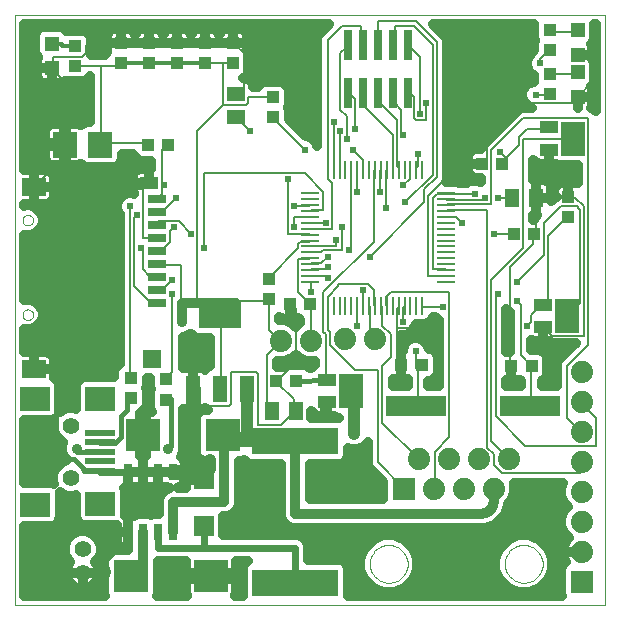
<source format=gtl>
G75*
G70*
%OFA0B0*%
%FSLAX24Y24*%
%IPPOS*%
%LPD*%
%AMOC8*
5,1,8,0,0,1.08239X$1,22.5*
%
%ADD10C,0.0000*%
%ADD11R,0.0098X0.0591*%
%ADD12R,0.0591X0.0098*%
%ADD13C,0.0560*%
%ADD14R,0.0425X0.0413*%
%ADD15C,0.0554*%
%ADD16R,0.0984X0.0787*%
%ADD17R,0.0984X0.0197*%
%ADD18R,0.0480X0.0880*%
%ADD19R,0.1417X0.0866*%
%ADD20R,0.0787X0.0866*%
%ADD21R,0.0630X0.0512*%
%ADD22R,0.0512X0.0630*%
%ADD23R,0.0413X0.0425*%
%ADD24R,0.2000X0.0700*%
%ADD25R,0.0394X0.0433*%
%ADD26R,0.0433X0.0394*%
%ADD27R,0.0250X0.0550*%
%ADD28R,0.2874X0.0906*%
%ADD29R,0.0660X0.0700*%
%ADD30R,0.1161X0.1063*%
%ADD31C,0.0740*%
%ADD32R,0.0740X0.0740*%
%ADD33R,0.0291X0.1024*%
%ADD34R,0.0807X0.1142*%
%ADD35R,0.0591X0.0394*%
%ADD36R,0.0472X0.0472*%
%ADD37R,0.0600X0.0300*%
%ADD38R,0.0600X0.0400*%
%ADD39R,0.0800X0.0600*%
%ADD40R,0.0600X0.0600*%
%ADD41C,0.0320*%
%ADD42C,0.0360*%
%ADD43C,0.0060*%
%ADD44C,0.0240*%
%ADD45C,0.0160*%
%ADD46C,0.0240*%
%ADD47C,0.0120*%
%ADD48C,0.0531*%
%ADD49C,0.0500*%
%ADD50C,0.0400*%
%ADD51C,0.0356*%
D10*
X004202Y003014D02*
X004202Y022699D01*
X023887Y022699D01*
X023887Y003014D01*
X004202Y003014D01*
X004460Y012699D02*
X004462Y012725D01*
X004468Y012751D01*
X004477Y012775D01*
X004490Y012798D01*
X004507Y012818D01*
X004526Y012836D01*
X004548Y012851D01*
X004571Y012862D01*
X004596Y012870D01*
X004622Y012874D01*
X004648Y012874D01*
X004674Y012870D01*
X004699Y012862D01*
X004723Y012851D01*
X004744Y012836D01*
X004763Y012818D01*
X004780Y012798D01*
X004793Y012775D01*
X004802Y012751D01*
X004808Y012725D01*
X004810Y012699D01*
X004808Y012673D01*
X004802Y012647D01*
X004793Y012623D01*
X004780Y012600D01*
X004763Y012580D01*
X004744Y012562D01*
X004722Y012547D01*
X004699Y012536D01*
X004674Y012528D01*
X004648Y012524D01*
X004622Y012524D01*
X004596Y012528D01*
X004571Y012536D01*
X004547Y012547D01*
X004526Y012562D01*
X004507Y012580D01*
X004490Y012600D01*
X004477Y012623D01*
X004468Y012647D01*
X004462Y012673D01*
X004460Y012699D01*
X004460Y015849D02*
X004462Y015875D01*
X004468Y015901D01*
X004477Y015925D01*
X004490Y015948D01*
X004507Y015968D01*
X004526Y015986D01*
X004548Y016001D01*
X004571Y016012D01*
X004596Y016020D01*
X004622Y016024D01*
X004648Y016024D01*
X004674Y016020D01*
X004699Y016012D01*
X004723Y016001D01*
X004744Y015986D01*
X004763Y015968D01*
X004780Y015948D01*
X004793Y015925D01*
X004802Y015901D01*
X004808Y015875D01*
X004810Y015849D01*
X004808Y015823D01*
X004802Y015797D01*
X004793Y015773D01*
X004780Y015750D01*
X004763Y015730D01*
X004744Y015712D01*
X004722Y015697D01*
X004699Y015686D01*
X004674Y015678D01*
X004648Y015674D01*
X004622Y015674D01*
X004596Y015678D01*
X004571Y015686D01*
X004547Y015697D01*
X004526Y015712D01*
X004507Y015730D01*
X004490Y015750D01*
X004477Y015773D01*
X004468Y015797D01*
X004462Y015823D01*
X004460Y015849D01*
X016037Y004392D02*
X016039Y004442D01*
X016045Y004492D01*
X016055Y004541D01*
X016069Y004589D01*
X016086Y004636D01*
X016107Y004681D01*
X016132Y004725D01*
X016160Y004766D01*
X016192Y004805D01*
X016226Y004842D01*
X016263Y004876D01*
X016303Y004906D01*
X016345Y004933D01*
X016389Y004957D01*
X016435Y004978D01*
X016482Y004994D01*
X016530Y005007D01*
X016580Y005016D01*
X016629Y005021D01*
X016680Y005022D01*
X016730Y005019D01*
X016779Y005012D01*
X016828Y005001D01*
X016876Y004986D01*
X016922Y004968D01*
X016967Y004946D01*
X017010Y004920D01*
X017051Y004891D01*
X017090Y004859D01*
X017126Y004824D01*
X017158Y004786D01*
X017188Y004746D01*
X017215Y004703D01*
X017238Y004659D01*
X017257Y004613D01*
X017273Y004565D01*
X017285Y004516D01*
X017293Y004467D01*
X017297Y004417D01*
X017297Y004367D01*
X017293Y004317D01*
X017285Y004268D01*
X017273Y004219D01*
X017257Y004171D01*
X017238Y004125D01*
X017215Y004081D01*
X017188Y004038D01*
X017158Y003998D01*
X017126Y003960D01*
X017090Y003925D01*
X017051Y003893D01*
X017010Y003864D01*
X016967Y003838D01*
X016922Y003816D01*
X016876Y003798D01*
X016828Y003783D01*
X016779Y003772D01*
X016730Y003765D01*
X016680Y003762D01*
X016629Y003763D01*
X016580Y003768D01*
X016530Y003777D01*
X016482Y003790D01*
X016435Y003806D01*
X016389Y003827D01*
X016345Y003851D01*
X016303Y003878D01*
X016263Y003908D01*
X016226Y003942D01*
X016192Y003979D01*
X016160Y004018D01*
X016132Y004059D01*
X016107Y004103D01*
X016086Y004148D01*
X016069Y004195D01*
X016055Y004243D01*
X016045Y004292D01*
X016039Y004342D01*
X016037Y004392D01*
X020537Y004392D02*
X020539Y004442D01*
X020545Y004492D01*
X020555Y004541D01*
X020569Y004589D01*
X020586Y004636D01*
X020607Y004681D01*
X020632Y004725D01*
X020660Y004766D01*
X020692Y004805D01*
X020726Y004842D01*
X020763Y004876D01*
X020803Y004906D01*
X020845Y004933D01*
X020889Y004957D01*
X020935Y004978D01*
X020982Y004994D01*
X021030Y005007D01*
X021080Y005016D01*
X021129Y005021D01*
X021180Y005022D01*
X021230Y005019D01*
X021279Y005012D01*
X021328Y005001D01*
X021376Y004986D01*
X021422Y004968D01*
X021467Y004946D01*
X021510Y004920D01*
X021551Y004891D01*
X021590Y004859D01*
X021626Y004824D01*
X021658Y004786D01*
X021688Y004746D01*
X021715Y004703D01*
X021738Y004659D01*
X021757Y004613D01*
X021773Y004565D01*
X021785Y004516D01*
X021793Y004467D01*
X021797Y004417D01*
X021797Y004367D01*
X021793Y004317D01*
X021785Y004268D01*
X021773Y004219D01*
X021757Y004171D01*
X021738Y004125D01*
X021715Y004081D01*
X021688Y004038D01*
X021658Y003998D01*
X021626Y003960D01*
X021590Y003925D01*
X021551Y003893D01*
X021510Y003864D01*
X021467Y003838D01*
X021422Y003816D01*
X021376Y003798D01*
X021328Y003783D01*
X021279Y003772D01*
X021230Y003765D01*
X021180Y003762D01*
X021129Y003763D01*
X021080Y003768D01*
X021030Y003777D01*
X020982Y003790D01*
X020935Y003806D01*
X020889Y003827D01*
X020845Y003851D01*
X020803Y003878D01*
X020763Y003908D01*
X020726Y003942D01*
X020692Y003979D01*
X020660Y004018D01*
X020632Y004059D01*
X020607Y004103D01*
X020586Y004148D01*
X020569Y004195D01*
X020555Y004243D01*
X020545Y004292D01*
X020539Y004342D01*
X020537Y004392D01*
D11*
X017785Y013004D03*
X017588Y013004D03*
X017391Y013004D03*
X017194Y013004D03*
X016997Y013004D03*
X016801Y013004D03*
X016604Y013004D03*
X016407Y013004D03*
X016210Y013004D03*
X016013Y013004D03*
X015816Y013004D03*
X015619Y013004D03*
X015423Y013004D03*
X015226Y013004D03*
X015029Y013004D03*
X014832Y013004D03*
X014832Y017532D03*
X015029Y017532D03*
X015226Y017532D03*
X015423Y017532D03*
X015619Y017532D03*
X015816Y017532D03*
X016013Y017532D03*
X016210Y017532D03*
X016407Y017532D03*
X016604Y017532D03*
X016801Y017532D03*
X016997Y017532D03*
X017194Y017532D03*
X017391Y017532D03*
X017588Y017532D03*
X017785Y017532D03*
D12*
X018572Y016744D03*
X018572Y016547D03*
X018572Y016351D03*
X018572Y016154D03*
X018572Y015957D03*
X018572Y015760D03*
X018572Y015563D03*
X018572Y015366D03*
X018572Y015170D03*
X018572Y014973D03*
X018572Y014776D03*
X018572Y014579D03*
X018572Y014382D03*
X018572Y014185D03*
X018572Y013988D03*
X018572Y013792D03*
X014045Y013792D03*
X014045Y013988D03*
X014045Y014185D03*
X014045Y014382D03*
X014045Y014579D03*
X014045Y014776D03*
X014045Y014973D03*
X014045Y015170D03*
X014045Y015366D03*
X014045Y015563D03*
X014045Y015760D03*
X014045Y015957D03*
X014045Y016154D03*
X014045Y016351D03*
X014045Y016547D03*
X014045Y016744D03*
D13*
X006466Y004884D03*
X006466Y004097D03*
D14*
X007745Y021075D03*
X007745Y021764D03*
X008681Y021764D03*
X008681Y021075D03*
X009616Y021075D03*
X009616Y021764D03*
X010551Y021764D03*
X010551Y021075D03*
X011486Y021075D03*
X011486Y021764D03*
D15*
X006072Y008998D03*
X006072Y007266D03*
D16*
X007057Y006400D03*
X004891Y006360D03*
X004891Y009904D03*
X007057Y009904D03*
D17*
X007057Y008762D03*
X007057Y008447D03*
X007057Y008132D03*
X007057Y007817D03*
X007057Y007502D03*
D18*
X010129Y010238D03*
X011039Y010238D03*
X011949Y010238D03*
D19*
X011039Y012678D03*
D20*
X007057Y018368D03*
X005875Y018368D03*
D21*
X011566Y019272D03*
X011566Y020059D03*
D22*
X020787Y016597D03*
X021574Y016597D03*
X013569Y009495D03*
X012781Y009495D03*
D23*
X017088Y011028D03*
X017777Y011028D03*
X020738Y010986D03*
X021427Y010986D03*
D24*
X021391Y009658D03*
X017591Y009658D03*
D25*
X014052Y013042D03*
X013383Y013042D03*
X013592Y010494D03*
X012923Y010494D03*
X019763Y017729D03*
X020432Y017729D03*
X020844Y015382D03*
X021513Y015382D03*
X009310Y018368D03*
X008641Y018368D03*
D26*
X006220Y020986D03*
X006220Y021656D03*
X012793Y019955D03*
X012793Y019286D03*
X012667Y013880D03*
X012667Y013211D03*
X009233Y010540D03*
X009233Y009870D03*
X008060Y009918D03*
X008060Y010587D03*
X022052Y020039D03*
X022052Y020709D03*
X022052Y021509D03*
X022052Y022179D03*
X022657Y016636D03*
X022657Y015967D03*
D27*
X009480Y007469D03*
X008980Y007469D03*
X008480Y007469D03*
X007980Y007469D03*
X007980Y005449D03*
X008480Y005449D03*
X008980Y005449D03*
X009480Y005449D03*
D28*
X013553Y003752D03*
X013553Y008477D03*
D29*
X010501Y007209D03*
X010501Y005659D03*
D30*
X010747Y003998D03*
X008090Y003998D03*
X008484Y008673D03*
X011141Y008673D03*
D31*
X013062Y011831D03*
X014062Y011831D03*
X015210Y011872D03*
X016210Y011872D03*
X017667Y007892D03*
X018667Y007892D03*
X019667Y007892D03*
X020667Y007892D03*
X020167Y006892D03*
X019167Y006892D03*
X018167Y006892D03*
X023100Y006801D03*
X023100Y005801D03*
X023100Y004801D03*
X023100Y007801D03*
X023100Y008801D03*
X023100Y009801D03*
X023100Y010801D03*
D32*
X017167Y006892D03*
X023100Y003801D03*
D33*
X017309Y020104D03*
X016809Y020104D03*
X016309Y020104D03*
X015809Y020104D03*
X015309Y020104D03*
X015309Y021679D03*
X015809Y021679D03*
X016309Y021679D03*
X016809Y021679D03*
X017309Y021679D03*
D34*
X022805Y018565D03*
X022608Y012660D03*
X015423Y010150D03*
D35*
X014625Y010524D03*
X014625Y009776D03*
X021810Y012286D03*
X021810Y013034D03*
X022007Y018191D03*
X022007Y018939D03*
D36*
X022962Y019961D03*
X022962Y020787D03*
X022962Y021361D03*
X022962Y022187D03*
X005432Y021734D03*
X005432Y020908D03*
D37*
X008927Y016557D03*
X008927Y016124D03*
X008927Y015691D03*
X008927Y015258D03*
X008927Y014825D03*
X008927Y014392D03*
X008927Y013959D03*
X008927Y013526D03*
X008927Y013093D03*
D38*
X008690Y017087D03*
D39*
X004843Y016951D03*
X004843Y010888D03*
D40*
X008772Y011210D03*
D41*
X008699Y010593D02*
X008594Y010593D01*
X008594Y010327D01*
X008563Y010253D01*
X008594Y010178D01*
X008594Y009658D01*
X008546Y009541D01*
X008456Y009452D01*
X008378Y009420D01*
X008378Y008779D01*
X008589Y008779D01*
X008589Y009465D01*
X008776Y009465D01*
X008748Y009494D01*
X008699Y009610D01*
X008699Y010130D01*
X008730Y010205D01*
X008699Y010280D01*
X008699Y010593D01*
X008699Y010340D02*
X008594Y010340D01*
X008594Y010021D02*
X008699Y010021D01*
X008699Y009703D02*
X008594Y009703D01*
X008589Y009384D02*
X008378Y009384D01*
X008378Y009066D02*
X008589Y009066D01*
X008589Y008568D02*
X008378Y008568D01*
X008378Y008004D01*
X008480Y008004D01*
X008480Y007469D01*
X008980Y007469D01*
X009480Y007469D01*
X009865Y007469D01*
X009865Y007770D01*
X009855Y007820D01*
X009835Y007867D01*
X009807Y007910D01*
X009770Y007946D01*
X009747Y007961D01*
X009818Y008132D01*
X009818Y008330D01*
X009816Y008333D01*
X009816Y009547D01*
X009864Y009538D01*
X010129Y009538D01*
X010129Y010238D01*
X010129Y010938D01*
X009864Y010938D01*
X009814Y010928D01*
X009800Y010922D01*
X009800Y011967D01*
X009862Y011967D01*
X010044Y012043D01*
X010064Y012063D01*
X010151Y011975D01*
X010268Y011927D01*
X010715Y011927D01*
X010715Y010986D01*
X010620Y010947D01*
X010544Y010871D01*
X010535Y010880D01*
X010493Y010908D01*
X010445Y010928D01*
X010395Y010938D01*
X010129Y010938D01*
X010129Y010238D01*
X010129Y010238D01*
X010129Y010238D01*
X010129Y009538D01*
X010395Y009538D01*
X010445Y009548D01*
X010493Y009567D01*
X010535Y009596D01*
X010544Y009604D01*
X010620Y009528D01*
X010634Y009522D01*
X010497Y009522D01*
X010381Y009474D01*
X010291Y009385D01*
X010243Y009268D01*
X010243Y008079D01*
X010291Y007962D01*
X010381Y007873D01*
X010497Y007824D01*
X010713Y007824D01*
X010713Y007819D01*
X010506Y007819D01*
X010506Y007214D01*
X010496Y007214D01*
X010496Y007204D01*
X009911Y007204D01*
X009911Y006936D01*
X009643Y006936D01*
X009681Y006944D01*
X009728Y006963D01*
X009770Y006992D01*
X009807Y007028D01*
X009835Y007071D01*
X009855Y007118D01*
X009865Y007168D01*
X009865Y007469D01*
X009480Y007469D01*
X009480Y007469D01*
X009480Y007469D01*
X009095Y007469D01*
X008980Y007469D01*
X008980Y007469D01*
X008980Y006934D01*
X009130Y006934D01*
X009181Y006944D01*
X009228Y006963D01*
X009230Y006965D01*
X009232Y006963D01*
X009279Y006944D01*
X009329Y006934D01*
X009379Y006934D01*
X009209Y006864D01*
X009075Y006729D01*
X009002Y006554D01*
X009002Y006041D01*
X008792Y006041D01*
X008730Y006016D01*
X008668Y006041D01*
X008292Y006041D01*
X008175Y005993D01*
X008160Y005978D01*
X008130Y005984D01*
X007980Y005984D01*
X007980Y005449D01*
X007980Y005449D01*
X007980Y004914D01*
X007986Y004914D01*
X007986Y004847D01*
X007446Y004847D01*
X007329Y004799D01*
X007240Y004710D01*
X007192Y004593D01*
X007192Y003404D01*
X007222Y003331D01*
X004520Y003331D01*
X004520Y005649D01*
X005446Y005649D01*
X005563Y005698D01*
X005652Y005787D01*
X005701Y005904D01*
X005701Y006797D01*
X005735Y006762D01*
X005954Y006671D01*
X006191Y006671D01*
X006247Y006695D01*
X006247Y005943D01*
X006295Y005826D01*
X006385Y005737D01*
X006501Y005689D01*
X007595Y005689D01*
X007595Y005449D01*
X007980Y005449D01*
X007980Y005449D01*
X007980Y005984D01*
X007866Y005984D01*
X007866Y006857D01*
X007834Y006934D01*
X007980Y006934D01*
X008130Y006934D01*
X008181Y006944D01*
X008228Y006963D01*
X008230Y006965D01*
X008232Y006963D01*
X008279Y006944D01*
X008329Y006934D01*
X008480Y006934D01*
X008630Y006934D01*
X008681Y006944D01*
X008728Y006963D01*
X008730Y006965D01*
X008732Y006963D01*
X008779Y006944D01*
X008829Y006934D01*
X008980Y006934D01*
X008980Y007469D01*
X008980Y007469D01*
X008980Y007469D01*
X008595Y007469D01*
X008480Y007469D01*
X008480Y007469D01*
X008480Y007469D01*
X008480Y006934D01*
X008480Y007469D01*
X008480Y007469D01*
X008480Y008004D01*
X008589Y008004D01*
X008589Y008568D01*
X008589Y008429D02*
X008378Y008429D01*
X008378Y008110D02*
X008589Y008110D01*
X008480Y007792D02*
X008480Y007792D01*
X008480Y007473D02*
X008480Y007473D01*
X008480Y007469D02*
X008480Y007469D01*
X007980Y007469D01*
X007980Y007469D01*
X008095Y007469D01*
X008480Y007469D01*
X008480Y007155D02*
X008480Y007155D01*
X008980Y007155D02*
X008980Y007155D01*
X009182Y006836D02*
X007866Y006836D01*
X007980Y006934D02*
X007980Y007469D01*
X007980Y006934D01*
X007980Y007155D02*
X007980Y007155D01*
X007980Y007469D02*
X007980Y007469D01*
X007866Y006518D02*
X009002Y006518D01*
X009002Y006199D02*
X007866Y006199D01*
X007980Y005881D02*
X007980Y005881D01*
X007980Y005562D02*
X007980Y005562D01*
X007980Y005449D02*
X007980Y005449D01*
X007980Y004914D01*
X007829Y004914D01*
X007779Y004924D01*
X007732Y004943D01*
X007689Y004972D01*
X007653Y005008D01*
X007624Y005051D01*
X007605Y005098D01*
X007595Y005148D01*
X007595Y005449D01*
X007980Y005449D01*
X007980Y005244D02*
X007980Y005244D01*
X007980Y004925D02*
X007980Y004925D01*
X007776Y004925D02*
X007063Y004925D01*
X007063Y005003D02*
X006972Y005223D01*
X006804Y005391D01*
X006585Y005482D01*
X006347Y005482D01*
X006128Y005391D01*
X005959Y005223D01*
X005868Y005003D01*
X005868Y004765D01*
X005959Y004546D01*
X006055Y004450D01*
X006054Y004448D01*
X006004Y004380D01*
X005966Y004304D01*
X005939Y004223D01*
X005926Y004139D01*
X005926Y004097D01*
X006466Y004097D01*
X007006Y004097D01*
X007006Y004139D01*
X006993Y004223D01*
X006966Y004304D01*
X006928Y004380D01*
X006878Y004448D01*
X006877Y004450D01*
X006972Y004546D01*
X007063Y004765D01*
X007063Y005003D01*
X006951Y005244D02*
X007595Y005244D01*
X007595Y005562D02*
X004520Y005562D01*
X004520Y005244D02*
X005980Y005244D01*
X005868Y004925D02*
X004520Y004925D01*
X004520Y004607D02*
X005934Y004607D01*
X005960Y004288D02*
X004520Y004288D01*
X004520Y003970D02*
X005939Y003970D01*
X005966Y003889D01*
X006004Y003814D01*
X006054Y003745D01*
X006114Y003685D01*
X006183Y003635D01*
X006259Y003596D01*
X006340Y003570D01*
X006423Y003557D01*
X006466Y003557D01*
X006508Y003557D01*
X006592Y003570D01*
X006673Y003596D01*
X006749Y003635D01*
X006818Y003685D01*
X006878Y003745D01*
X006928Y003814D01*
X006966Y003889D01*
X006993Y003970D01*
X007006Y004054D01*
X007006Y004097D01*
X006466Y004097D01*
X006466Y004097D01*
X006466Y004097D01*
X005926Y004097D01*
X005926Y004054D01*
X005939Y003970D01*
X006161Y003651D02*
X004520Y003651D01*
X004520Y003333D02*
X007221Y003333D01*
X007192Y003651D02*
X006771Y003651D01*
X006466Y003651D02*
X006466Y003651D01*
X006466Y003557D02*
X006466Y004097D01*
X006466Y004097D01*
X006466Y003557D01*
X006466Y003970D02*
X006466Y003970D01*
X006992Y003970D02*
X007192Y003970D01*
X007192Y004288D02*
X006972Y004288D01*
X006998Y004607D02*
X007197Y004607D01*
X008090Y003998D02*
X008434Y003998D01*
X008484Y004047D01*
X008484Y004933D01*
X008484Y005425D01*
X008480Y005449D01*
X009480Y005449D02*
X009480Y006459D01*
X011190Y006459D01*
X011190Y008673D01*
X011668Y007824D02*
X011785Y007824D01*
X011844Y007849D01*
X011846Y007844D01*
X011936Y007755D01*
X012052Y007706D01*
X013075Y007706D01*
X013075Y005970D01*
X013148Y005795D01*
X013282Y005660D01*
X013458Y005588D01*
X019894Y005588D01*
X020163Y005675D01*
X020391Y005841D01*
X020557Y006069D01*
X020557Y006069D01*
X020644Y006337D01*
X020644Y006397D01*
X020750Y006503D01*
X020854Y006755D01*
X020854Y007029D01*
X020834Y007077D01*
X022470Y007077D01*
X022412Y006938D01*
X022412Y006665D01*
X022517Y006412D01*
X022628Y006301D01*
X022517Y006191D01*
X022412Y005938D01*
X022412Y005665D01*
X022517Y005412D01*
X022668Y005261D01*
X022619Y005212D01*
X022561Y005132D01*
X022516Y005043D01*
X022485Y004949D01*
X022470Y004851D01*
X022470Y004801D01*
X022470Y004752D01*
X022485Y004654D01*
X022516Y004560D01*
X022561Y004471D01*
X022576Y004451D01*
X022550Y004441D01*
X022461Y004351D01*
X022412Y004235D01*
X022412Y003368D01*
X022428Y003331D01*
X015307Y003331D01*
X015307Y004268D01*
X015259Y004385D01*
X015169Y004474D01*
X015053Y004522D01*
X013990Y004522D01*
X013990Y005020D01*
X013923Y005181D01*
X013800Y005304D01*
X013640Y005371D01*
X011149Y005371D01*
X011149Y005981D01*
X011285Y005981D01*
X011461Y006054D01*
X011595Y006188D01*
X011668Y006364D01*
X011668Y007824D01*
X011668Y007792D02*
X011899Y007792D01*
X011668Y007473D02*
X013075Y007473D01*
X013075Y007155D02*
X011668Y007155D01*
X011668Y006836D02*
X013075Y006836D01*
X013075Y006518D02*
X011668Y006518D01*
X011600Y006199D02*
X013075Y006199D01*
X013112Y005881D02*
X011149Y005881D01*
X011149Y005562D02*
X022455Y005562D01*
X022412Y005881D02*
X020420Y005881D01*
X020391Y005841D02*
X020391Y005841D01*
X020391Y005841D01*
X020163Y005675D02*
X020163Y005675D01*
X019753Y006065D02*
X013553Y006065D01*
X013553Y008477D01*
X014030Y007706D02*
X015053Y007706D01*
X015169Y007755D01*
X015259Y007844D01*
X015307Y007961D01*
X015307Y008251D01*
X015418Y008205D01*
X015624Y008205D01*
X015814Y008284D01*
X015960Y008430D01*
X015965Y008441D01*
X015965Y007705D01*
X016018Y007577D01*
X016479Y007116D01*
X016479Y006543D01*
X014030Y006543D01*
X014030Y007706D01*
X014030Y007473D02*
X016122Y007473D01*
X015965Y007792D02*
X015206Y007792D01*
X015307Y008110D02*
X015965Y008110D01*
X015959Y008429D02*
X015965Y008429D01*
X015004Y009247D02*
X014085Y009247D01*
X014085Y009492D01*
X014100Y009456D01*
X014128Y009413D01*
X014164Y009377D01*
X014207Y009349D01*
X014254Y009329D01*
X014305Y009319D01*
X014625Y009319D01*
X014625Y009776D01*
X014625Y009776D01*
X014625Y009319D01*
X014830Y009319D01*
X014839Y009310D01*
X014956Y009261D01*
X015004Y009261D01*
X015004Y009247D01*
X014625Y009384D02*
X014625Y009384D01*
X014625Y009703D02*
X014625Y009703D01*
X014157Y009384D02*
X014085Y009384D01*
X014044Y010905D02*
X013969Y010980D01*
X013852Y011028D01*
X013332Y011028D01*
X013215Y010980D01*
X013196Y010961D01*
X013195Y010961D01*
X013145Y010971D01*
X012950Y010971D01*
X012950Y011143D01*
X013199Y011143D01*
X013452Y011248D01*
X013562Y011358D01*
X013673Y011248D01*
X013925Y011143D01*
X014199Y011143D01*
X014215Y011150D01*
X014215Y011017D01*
X014150Y010990D01*
X014066Y010906D01*
X014044Y010905D01*
X013972Y010977D02*
X014137Y010977D01*
X013626Y011295D02*
X013499Y011295D01*
X013212Y010977D02*
X012950Y010977D01*
X013562Y012303D02*
X013452Y012414D01*
X013199Y012518D01*
X013020Y012518D01*
X013020Y012625D01*
X013020Y012624D01*
X013063Y012595D01*
X013110Y012576D01*
X013161Y012566D01*
X013383Y012566D01*
X013605Y012566D01*
X013656Y012576D01*
X013676Y012557D01*
X013725Y012536D01*
X013725Y012435D01*
X013673Y012414D01*
X013562Y012303D01*
X013621Y012569D02*
X013663Y012569D01*
X013656Y012576D02*
X013656Y012576D01*
X013383Y012569D02*
X013383Y012569D01*
X013383Y012566D02*
X013383Y013042D01*
X013383Y013042D01*
X013383Y012566D01*
X013144Y012569D02*
X013020Y012569D01*
X013383Y012888D02*
X013383Y012888D01*
X011584Y013103D02*
X011062Y013103D01*
X010292Y013103D01*
X009763Y013103D01*
X009763Y012463D01*
X009800Y011932D02*
X010256Y011932D01*
X009800Y011614D02*
X010715Y011614D01*
X010715Y011295D02*
X009800Y011295D01*
X009800Y010977D02*
X010691Y010977D01*
X010129Y010658D02*
X010129Y010658D01*
X010129Y010340D02*
X010129Y010340D01*
X010129Y010021D02*
X010129Y010021D01*
X010129Y009703D02*
X010129Y009703D01*
X010291Y009384D02*
X009816Y009384D01*
X009816Y009066D02*
X010243Y009066D01*
X010243Y008747D02*
X009816Y008747D01*
X009816Y008429D02*
X010243Y008429D01*
X010243Y008110D02*
X009809Y008110D01*
X010048Y007789D02*
X010096Y007809D01*
X010146Y007819D01*
X010496Y007819D01*
X010496Y007214D01*
X009911Y007214D01*
X009911Y007585D01*
X009921Y007635D01*
X009941Y007682D01*
X009969Y007725D01*
X010006Y007761D01*
X010048Y007789D01*
X010054Y007792D02*
X009860Y007792D01*
X009865Y007473D02*
X009911Y007473D01*
X009911Y007155D02*
X009862Y007155D01*
X010496Y007473D02*
X010506Y007473D01*
X010496Y007792D02*
X010506Y007792D01*
X007526Y010615D02*
X006501Y010615D01*
X006385Y010567D01*
X006295Y010477D01*
X006247Y010361D01*
X006247Y009570D01*
X006191Y009593D01*
X005954Y009593D01*
X005735Y009502D01*
X005701Y009468D01*
X005701Y010361D01*
X005652Y010477D01*
X005563Y010567D01*
X005503Y010592D01*
X005503Y010888D01*
X004843Y010888D01*
X004843Y010888D01*
X005503Y010888D01*
X005503Y011214D01*
X005493Y011264D01*
X005473Y011311D01*
X005445Y011354D01*
X005408Y011390D01*
X005366Y011418D01*
X005319Y011438D01*
X005268Y011448D01*
X004843Y011448D01*
X004843Y010888D01*
X004843Y010888D01*
X004843Y011448D01*
X004520Y011448D01*
X004520Y012214D01*
X004537Y012207D01*
X004733Y012207D01*
X004914Y012282D01*
X005053Y012420D01*
X005128Y012601D01*
X005128Y012797D01*
X005053Y012978D01*
X004914Y013117D01*
X004733Y013192D01*
X004537Y013192D01*
X004520Y013184D01*
X004520Y015363D01*
X004537Y015356D01*
X004733Y015356D01*
X004914Y015431D01*
X005053Y015570D01*
X005128Y015751D01*
X005128Y015947D01*
X005053Y016128D01*
X004914Y016266D01*
X004733Y016341D01*
X004537Y016341D01*
X004520Y016334D01*
X004520Y016391D01*
X004843Y016391D01*
X005268Y016391D01*
X005319Y016401D01*
X005366Y016421D01*
X005408Y016449D01*
X005445Y016485D01*
X005473Y016528D01*
X005493Y016575D01*
X005503Y016625D01*
X005503Y016951D01*
X004843Y016951D01*
X004843Y016951D01*
X005503Y016951D01*
X005503Y017277D01*
X005493Y017327D01*
X005473Y017374D01*
X005445Y017417D01*
X005408Y017453D01*
X005366Y017481D01*
X005319Y017501D01*
X005268Y017511D01*
X004843Y017511D01*
X004843Y016951D01*
X004843Y016391D01*
X004843Y016391D01*
X004843Y016951D01*
X004843Y016951D01*
X004843Y016951D01*
X004843Y017511D01*
X004520Y017511D01*
X004520Y022382D01*
X014678Y022382D01*
X014338Y022041D01*
X014285Y021913D01*
X014285Y018327D01*
X014233Y018452D01*
X014110Y018575D01*
X013949Y018641D01*
X013916Y018641D01*
X013327Y019231D01*
X013327Y019546D01*
X013296Y019620D01*
X013327Y019695D01*
X013327Y020215D01*
X013279Y020332D01*
X013189Y020421D01*
X013073Y020469D01*
X012513Y020469D01*
X012397Y020421D01*
X012307Y020332D01*
X012295Y020301D01*
X012141Y020301D01*
X012141Y020340D01*
X012131Y020391D01*
X012112Y020438D01*
X012083Y020481D01*
X012047Y020517D01*
X012004Y020545D01*
X011957Y020565D01*
X011907Y020575D01*
X011819Y020575D01*
X011878Y020599D01*
X011967Y020689D01*
X012016Y020805D01*
X012016Y021345D01*
X011967Y021462D01*
X011948Y021481D01*
X011948Y021481D01*
X011958Y021532D01*
X011958Y021764D01*
X011958Y021996D01*
X011948Y022047D01*
X011929Y022094D01*
X011900Y022136D01*
X011864Y022173D01*
X011821Y022201D01*
X011774Y022221D01*
X011724Y022231D01*
X011486Y022231D01*
X011486Y021764D01*
X011958Y021764D01*
X011486Y021764D01*
X011486Y021764D01*
X011486Y021764D01*
X011486Y022231D01*
X011247Y022231D01*
X011197Y022221D01*
X011150Y022201D01*
X011107Y022173D01*
X011071Y022136D01*
X011043Y022094D01*
X011023Y022047D01*
X011018Y022022D01*
X011013Y022047D01*
X010994Y022094D01*
X010965Y022136D01*
X010929Y022173D01*
X010886Y022201D01*
X010839Y022221D01*
X010789Y022231D01*
X010551Y022231D01*
X010551Y021764D01*
X011486Y021764D01*
X011013Y021764D01*
X010551Y021764D01*
X010551Y021764D01*
X010551Y021764D01*
X010551Y022231D01*
X010312Y022231D01*
X010262Y022221D01*
X010215Y022201D01*
X010172Y022173D01*
X010136Y022136D01*
X010108Y022094D01*
X010088Y022047D01*
X010083Y022022D01*
X010078Y022047D01*
X010059Y022094D01*
X010030Y022136D01*
X009994Y022173D01*
X009951Y022201D01*
X009904Y022221D01*
X009854Y022231D01*
X009616Y022231D01*
X009616Y021764D01*
X010551Y021764D01*
X010078Y021764D01*
X009616Y021764D01*
X009616Y021764D01*
X009616Y021764D01*
X009616Y022231D01*
X009377Y022231D01*
X009327Y022221D01*
X009280Y022201D01*
X009237Y022173D01*
X009201Y022136D01*
X009173Y022094D01*
X009153Y022047D01*
X009148Y022022D01*
X009143Y022047D01*
X009124Y022094D01*
X009095Y022136D01*
X009059Y022173D01*
X009016Y022201D01*
X008969Y022221D01*
X008919Y022231D01*
X008681Y022231D01*
X008681Y021764D01*
X009153Y021764D01*
X009616Y021764D01*
X008681Y021764D01*
X008681Y021764D01*
X008681Y021764D01*
X008681Y022231D01*
X008442Y022231D01*
X008392Y022221D01*
X008345Y022201D01*
X008302Y022173D01*
X008266Y022136D01*
X008238Y022094D01*
X008218Y022047D01*
X008213Y022022D01*
X008208Y022047D01*
X008188Y022094D01*
X008160Y022136D01*
X008124Y022173D01*
X008081Y022201D01*
X008034Y022221D01*
X007984Y022231D01*
X007745Y022231D01*
X007507Y022231D01*
X007457Y022221D01*
X007410Y022201D01*
X007367Y022173D01*
X007331Y022136D01*
X007302Y022094D01*
X007283Y022047D01*
X007273Y021996D01*
X007273Y021764D01*
X007273Y021532D01*
X007283Y021481D01*
X007264Y021462D01*
X007218Y021351D01*
X006736Y021351D01*
X006754Y021396D01*
X006754Y021916D01*
X006706Y022032D01*
X006616Y022122D01*
X006500Y022170D01*
X005940Y022170D01*
X005925Y022164D01*
X005849Y022240D01*
X005732Y022288D01*
X005133Y022288D01*
X005016Y022240D01*
X004927Y022151D01*
X004879Y022034D01*
X004879Y021435D01*
X004927Y021318D01*
X004971Y021275D01*
X004966Y021267D01*
X004946Y021220D01*
X004936Y021170D01*
X004936Y020908D01*
X005432Y020908D01*
X005432Y020908D01*
X004936Y020908D01*
X004936Y020646D01*
X004946Y020596D01*
X004966Y020548D01*
X004994Y020506D01*
X005031Y020470D01*
X005073Y020441D01*
X005120Y020421D01*
X005171Y020411D01*
X005432Y020411D01*
X005432Y020908D01*
X005432Y020908D01*
X005432Y020411D01*
X005694Y020411D01*
X005745Y020421D01*
X005792Y020441D01*
X005834Y020470D01*
X005867Y020502D01*
X005940Y020472D01*
X006500Y020472D01*
X006616Y020520D01*
X006706Y020610D01*
X006725Y020656D01*
X006725Y019119D01*
X006600Y019119D01*
X006483Y019071D01*
X006423Y019011D01*
X006392Y019032D01*
X006345Y019051D01*
X006295Y019061D01*
X005912Y019061D01*
X005912Y018405D01*
X005839Y018405D01*
X005839Y019061D01*
X005456Y019061D01*
X005406Y019051D01*
X005359Y019032D01*
X005316Y019003D01*
X005280Y018967D01*
X005251Y018925D01*
X005232Y018877D01*
X005222Y018827D01*
X005222Y018405D01*
X005839Y018405D01*
X005839Y018331D01*
X005912Y018331D01*
X005912Y017675D01*
X006295Y017675D01*
X006345Y017685D01*
X006392Y017705D01*
X006423Y017726D01*
X006483Y017666D01*
X006600Y017618D01*
X007513Y017618D01*
X007630Y017666D01*
X007719Y017755D01*
X007768Y017872D01*
X007768Y018067D01*
X008136Y018067D01*
X008175Y017972D01*
X008264Y017883D01*
X008381Y017834D01*
X008755Y017834D01*
X008755Y017547D01*
X008690Y017547D01*
X008365Y017547D01*
X008315Y017537D01*
X008267Y017518D01*
X008225Y017489D01*
X008188Y017453D01*
X008160Y017410D01*
X008140Y017363D01*
X008130Y017313D01*
X008130Y017087D01*
X008130Y016862D01*
X008140Y016811D01*
X008160Y016764D01*
X008180Y016735D01*
X008139Y016751D01*
X007965Y016751D01*
X007804Y016685D01*
X007681Y016562D01*
X007615Y016401D01*
X007615Y016227D01*
X007681Y016066D01*
X007705Y016043D01*
X007705Y011071D01*
X007664Y011053D01*
X007574Y010964D01*
X007526Y010847D01*
X007526Y010615D01*
X007526Y010658D02*
X005503Y010658D01*
X005503Y010977D02*
X007587Y010977D01*
X007705Y011295D02*
X005480Y011295D01*
X004843Y011295D02*
X004843Y011295D01*
X004843Y010977D02*
X004843Y010977D01*
X004520Y011614D02*
X007705Y011614D01*
X007705Y011932D02*
X004520Y011932D01*
X004839Y012251D02*
X007705Y012251D01*
X007705Y012569D02*
X005114Y012569D01*
X005090Y012888D02*
X007705Y012888D01*
X007705Y013206D02*
X004520Y013206D01*
X004520Y013525D02*
X007705Y013525D01*
X007705Y013843D02*
X004520Y013843D01*
X004520Y014162D02*
X007705Y014162D01*
X007705Y014480D02*
X004520Y014480D01*
X004520Y014799D02*
X007705Y014799D01*
X007705Y015117D02*
X004520Y015117D01*
X004919Y015436D02*
X007705Y015436D01*
X007705Y015754D02*
X005128Y015754D01*
X005076Y016073D02*
X007679Y016073D01*
X007615Y016391D02*
X005268Y016391D01*
X005503Y016710D02*
X007864Y016710D01*
X008130Y017028D02*
X005503Y017028D01*
X005485Y017347D02*
X008137Y017347D01*
X008130Y017087D02*
X008690Y017087D01*
X008130Y017087D01*
X008690Y017087D02*
X008690Y017087D01*
X008690Y017547D01*
X008690Y017087D01*
X008690Y017087D01*
X008690Y017347D02*
X008690Y017347D01*
X008755Y017665D02*
X007627Y017665D01*
X007768Y017984D02*
X008170Y017984D01*
X006725Y019258D02*
X004520Y019258D01*
X004520Y018939D02*
X005261Y018939D01*
X005222Y018621D02*
X004520Y018621D01*
X004520Y018302D02*
X005222Y018302D01*
X005222Y018331D02*
X005222Y017910D01*
X005232Y017859D01*
X005251Y017812D01*
X005280Y017770D01*
X005316Y017733D01*
X005359Y017705D01*
X005406Y017685D01*
X005456Y017675D01*
X005839Y017675D01*
X005839Y018331D01*
X005222Y018331D01*
X005222Y017984D02*
X004520Y017984D01*
X004520Y017665D02*
X006486Y017665D01*
X005912Y017984D02*
X005839Y017984D01*
X005839Y018302D02*
X005912Y018302D01*
X005912Y018621D02*
X005839Y018621D01*
X005839Y018939D02*
X005912Y018939D01*
X006725Y019576D02*
X004520Y019576D01*
X004520Y019895D02*
X006725Y019895D01*
X006725Y020213D02*
X004520Y020213D01*
X004520Y020532D02*
X004977Y020532D01*
X004936Y020850D02*
X004520Y020850D01*
X004520Y021169D02*
X004936Y021169D01*
X004879Y021487D02*
X004520Y021487D01*
X004520Y021806D02*
X004879Y021806D01*
X004916Y022124D02*
X004520Y022124D01*
X005432Y020850D02*
X005432Y020850D01*
X005432Y020532D02*
X005432Y020532D01*
X006627Y020532D02*
X006725Y020532D01*
X006754Y021487D02*
X007282Y021487D01*
X007283Y021481D02*
X007283Y021481D01*
X007273Y021764D02*
X007745Y021764D01*
X007745Y021764D01*
X007273Y021764D01*
X007273Y021806D02*
X006754Y021806D01*
X006611Y022124D02*
X007323Y022124D01*
X007745Y022124D02*
X007745Y022124D01*
X007745Y022231D02*
X007745Y021764D01*
X007745Y021764D01*
X007745Y022231D01*
X008168Y022124D02*
X008258Y022124D01*
X008681Y022124D02*
X008681Y022124D01*
X008681Y021806D02*
X008681Y021806D01*
X008681Y021764D02*
X008681Y021764D01*
X007745Y021764D01*
X008208Y021764D01*
X008681Y021764D01*
X009103Y022124D02*
X009193Y022124D01*
X009616Y022124D02*
X009616Y022124D01*
X009616Y021806D02*
X009616Y021806D01*
X009616Y021764D02*
X009616Y021764D01*
X010038Y022124D02*
X010128Y022124D01*
X010551Y022124D02*
X010551Y022124D01*
X010551Y021806D02*
X010551Y021806D01*
X010551Y021764D02*
X010551Y021764D01*
X010973Y022124D02*
X011063Y022124D01*
X011486Y022124D02*
X011486Y022124D01*
X011486Y021806D02*
X011486Y021806D01*
X011486Y021764D02*
X011486Y021764D01*
X011958Y021806D02*
X014285Y021806D01*
X014285Y021487D02*
X011949Y021487D01*
X012016Y021169D02*
X014285Y021169D01*
X014285Y020850D02*
X012016Y020850D01*
X012025Y020532D02*
X014285Y020532D01*
X014285Y020213D02*
X013327Y020213D01*
X013327Y019895D02*
X014285Y019895D01*
X014285Y019576D02*
X013314Y019576D01*
X013327Y019258D02*
X014285Y019258D01*
X014285Y018939D02*
X013619Y018939D01*
X014000Y018621D02*
X014285Y018621D01*
X014421Y022124D02*
X011908Y022124D01*
X007745Y021806D02*
X007745Y021806D01*
X007745Y021764D02*
X007745Y021764D01*
X004843Y017347D02*
X004843Y017347D01*
X004843Y017028D02*
X004843Y017028D01*
X004843Y016710D02*
X004843Y016710D01*
X005701Y010340D02*
X006247Y010340D01*
X006247Y010021D02*
X005701Y010021D01*
X005701Y009703D02*
X006247Y009703D01*
X005522Y009224D02*
X005478Y009117D01*
X005478Y008880D01*
X005568Y008661D01*
X005735Y008494D01*
X005825Y008457D01*
X005772Y008330D01*
X005772Y008132D01*
X005847Y007949D01*
X005941Y007855D01*
X005735Y007770D01*
X005568Y007603D01*
X005478Y007384D01*
X005478Y007148D01*
X005522Y007040D01*
X005446Y007072D01*
X004520Y007072D01*
X004520Y009193D01*
X005446Y009193D01*
X005522Y009224D01*
X005478Y009066D02*
X004520Y009066D01*
X004520Y008747D02*
X005533Y008747D01*
X005813Y008429D02*
X004520Y008429D01*
X004520Y008110D02*
X005781Y008110D01*
X005787Y007792D02*
X004520Y007792D01*
X004520Y007473D02*
X005514Y007473D01*
X005478Y007155D02*
X004520Y007155D01*
X005701Y006518D02*
X006247Y006518D01*
X006247Y006199D02*
X005701Y006199D01*
X005691Y005881D02*
X006273Y005881D01*
X008988Y004496D02*
X008988Y003404D01*
X008958Y003331D01*
X009944Y003331D01*
X009936Y003344D01*
X009917Y003391D01*
X009907Y003441D01*
X009907Y003893D01*
X010642Y003893D01*
X010642Y004104D01*
X009907Y004104D01*
X009907Y004496D01*
X008988Y004496D01*
X008988Y004288D02*
X009907Y004288D01*
X009907Y003651D02*
X008988Y003651D01*
X008959Y003333D02*
X009944Y003333D01*
X010642Y003970D02*
X008988Y003970D01*
X010853Y003970D02*
X011798Y003970D01*
X011588Y003893D02*
X010853Y003893D01*
X010853Y004104D01*
X011588Y004104D01*
X011588Y004496D01*
X011988Y004496D01*
X011936Y004474D01*
X011846Y004385D01*
X011798Y004268D01*
X011798Y003331D01*
X011550Y003331D01*
X011559Y003344D01*
X011578Y003391D01*
X011588Y003441D01*
X011588Y003893D01*
X011588Y003651D02*
X011798Y003651D01*
X011798Y003333D02*
X011551Y003333D01*
X011588Y004288D02*
X011806Y004288D01*
X013990Y004607D02*
X015730Y004607D01*
X015719Y004580D02*
X015719Y004204D01*
X015864Y003855D01*
X016130Y003589D01*
X016478Y003445D01*
X016855Y003445D01*
X017203Y003589D01*
X017470Y003855D01*
X017614Y004204D01*
X017614Y004580D01*
X017470Y004929D01*
X017203Y005195D01*
X016855Y005339D01*
X016478Y005339D01*
X016130Y005195D01*
X015864Y004929D01*
X015719Y004580D01*
X015719Y004288D02*
X015299Y004288D01*
X015307Y003970D02*
X015816Y003970D01*
X016068Y003651D02*
X015307Y003651D01*
X015307Y003333D02*
X022427Y003333D01*
X022412Y003651D02*
X021766Y003651D01*
X021703Y003589D02*
X021970Y003855D01*
X022114Y004204D01*
X022114Y004580D01*
X021970Y004929D01*
X021703Y005195D01*
X021355Y005339D01*
X020978Y005339D01*
X020630Y005195D01*
X020364Y004929D01*
X020219Y004580D01*
X020219Y004204D01*
X020364Y003855D01*
X020630Y003589D01*
X020978Y003445D01*
X021355Y003445D01*
X021703Y003589D01*
X022017Y003970D02*
X022412Y003970D01*
X022434Y004288D02*
X022114Y004288D01*
X022103Y004607D02*
X022501Y004607D01*
X022470Y004801D02*
X023100Y004801D01*
X023100Y004801D01*
X022470Y004801D01*
X022482Y004925D02*
X021971Y004925D01*
X021587Y005244D02*
X022651Y005244D01*
X022525Y006199D02*
X020599Y006199D01*
X020756Y006518D02*
X022473Y006518D01*
X022412Y006836D02*
X020854Y006836D01*
X020167Y006892D02*
X020167Y006479D01*
X020166Y006479D02*
X020164Y006441D01*
X020159Y006403D01*
X020150Y006366D01*
X020138Y006330D01*
X020123Y006295D01*
X020104Y006262D01*
X020083Y006230D01*
X020058Y006201D01*
X020031Y006174D01*
X020002Y006149D01*
X019970Y006128D01*
X019937Y006109D01*
X019902Y006094D01*
X019866Y006082D01*
X019829Y006073D01*
X019791Y006068D01*
X019753Y006066D01*
X020747Y005244D02*
X017087Y005244D01*
X017471Y004925D02*
X020362Y004925D01*
X020230Y004607D02*
X017603Y004607D01*
X017614Y004288D02*
X020219Y004288D01*
X020316Y003970D02*
X017517Y003970D01*
X017266Y003651D02*
X020568Y003651D01*
X016479Y006836D02*
X014030Y006836D01*
X014030Y007155D02*
X016440Y007155D01*
X016247Y005244D02*
X013861Y005244D01*
X013990Y004925D02*
X015862Y004925D01*
X016800Y010326D02*
X016800Y010568D01*
X016806Y010565D01*
X016856Y010555D01*
X017088Y010555D01*
X017088Y011028D01*
X017088Y011028D01*
X017088Y011501D01*
X017080Y011501D01*
X017080Y012027D01*
X017239Y012027D01*
X017400Y012093D01*
X017523Y012216D01*
X017590Y012377D01*
X017590Y012391D01*
X017897Y012391D01*
X018014Y012440D01*
X018103Y012529D01*
X018135Y012607D01*
X018211Y012607D01*
X018234Y012583D01*
X018345Y012537D01*
X018345Y010326D01*
X017990Y010326D01*
X017990Y010498D01*
X018047Y010498D01*
X018164Y010546D01*
X018253Y010636D01*
X018301Y010752D01*
X018301Y011304D01*
X018253Y011420D01*
X018164Y011510D01*
X018047Y011558D01*
X018010Y011558D01*
X018010Y011571D01*
X017943Y011732D01*
X017820Y011855D01*
X017659Y011921D01*
X017485Y011921D01*
X017324Y011855D01*
X017201Y011732D01*
X017135Y011571D01*
X017135Y011501D01*
X017088Y011501D01*
X017088Y011028D01*
X017088Y011028D01*
X017088Y010555D01*
X017295Y010555D01*
X017295Y010326D01*
X016800Y010326D01*
X016800Y010340D02*
X017295Y010340D01*
X017088Y010658D02*
X017088Y010658D01*
X017088Y010977D02*
X017088Y010977D01*
X017088Y011295D02*
X017088Y011295D01*
X017080Y011614D02*
X017152Y011614D01*
X017080Y011932D02*
X018345Y011932D01*
X018345Y011614D02*
X017992Y011614D01*
X018301Y011295D02*
X018345Y011295D01*
X018345Y010977D02*
X018301Y010977D01*
X018262Y010658D02*
X018345Y010658D01*
X018345Y010340D02*
X017990Y010340D01*
X018345Y012251D02*
X017537Y012251D01*
X018120Y012569D02*
X018268Y012569D01*
X020580Y012569D02*
X020725Y012569D01*
X020725Y012776D02*
X020725Y011459D01*
X020580Y011459D01*
X020580Y012898D01*
X020684Y012793D01*
X020725Y012776D01*
X020590Y012888D02*
X020580Y012888D01*
X020580Y012251D02*
X020725Y012251D01*
X020725Y011932D02*
X020580Y011932D01*
X020580Y011614D02*
X020725Y011614D01*
X020738Y010986D02*
X020738Y010514D01*
X020970Y010514D01*
X021020Y010524D01*
X021021Y010524D01*
X021040Y010505D01*
X021075Y010490D01*
X021075Y010326D01*
X020580Y010326D01*
X020580Y010514D01*
X020738Y010514D01*
X020738Y010986D01*
X020738Y010986D01*
X020738Y010977D02*
X020738Y010977D01*
X020738Y010658D02*
X020738Y010658D01*
X020580Y010340D02*
X021075Y010340D01*
X021770Y010340D02*
X022265Y010340D01*
X022265Y010326D02*
X021770Y010326D01*
X021770Y010487D01*
X021813Y010505D01*
X021902Y010594D01*
X021951Y010711D01*
X021951Y011262D01*
X021902Y011379D01*
X021813Y011468D01*
X021696Y011517D01*
X021420Y011517D01*
X021420Y011847D01*
X021439Y011839D01*
X021490Y011829D01*
X021810Y011829D01*
X021810Y012286D01*
X021810Y012286D01*
X021810Y011829D01*
X022015Y011829D01*
X022024Y011820D01*
X022141Y011771D01*
X022898Y011771D01*
X022415Y011289D01*
X022318Y011191D01*
X022265Y011063D01*
X022265Y010326D01*
X022265Y010658D02*
X021929Y010658D01*
X021951Y010977D02*
X022265Y010977D01*
X022422Y011295D02*
X021937Y011295D01*
X021420Y011614D02*
X022740Y011614D01*
X021810Y011932D02*
X021810Y011932D01*
X021810Y012251D02*
X021810Y012251D01*
X021509Y015859D02*
X021490Y015859D01*
X021490Y016022D01*
X021574Y016022D01*
X021574Y016597D01*
X021574Y017172D01*
X021490Y017172D01*
X021490Y017859D01*
X021510Y017829D01*
X021546Y017792D01*
X021589Y017764D01*
X021636Y017744D01*
X021686Y017734D01*
X022007Y017734D01*
X022007Y018191D01*
X022007Y018191D01*
X022007Y017734D01*
X022212Y017734D01*
X022221Y017725D01*
X022338Y017677D01*
X022965Y017677D01*
X022965Y017077D01*
X022949Y017083D01*
X022899Y017093D01*
X022657Y017093D01*
X022657Y016661D01*
X022657Y016661D01*
X022657Y017093D01*
X022415Y017093D01*
X022365Y017083D01*
X022317Y017063D01*
X022275Y017035D01*
X022238Y016999D01*
X022210Y016956D01*
X022190Y016909D01*
X022180Y016859D01*
X022180Y016636D01*
X022180Y016584D01*
X022108Y016511D01*
X022090Y016493D01*
X022090Y016597D01*
X022090Y016937D01*
X022080Y016987D01*
X022061Y017035D01*
X022032Y017077D01*
X021996Y017114D01*
X021953Y017142D01*
X021906Y017162D01*
X021856Y017172D01*
X021574Y017172D01*
X021574Y016597D01*
X021574Y016597D01*
X022090Y016597D01*
X021574Y016597D01*
X021574Y016597D01*
X021574Y016597D01*
X021574Y016022D01*
X021618Y016022D01*
X021548Y015951D01*
X021509Y015859D01*
X021574Y016073D02*
X021574Y016073D01*
X021574Y016391D02*
X021574Y016391D01*
X021574Y016710D02*
X021574Y016710D01*
X021574Y017028D02*
X021574Y017028D01*
X021490Y017347D02*
X022965Y017347D01*
X022965Y017665D02*
X021490Y017665D01*
X022007Y017984D02*
X022007Y017984D01*
X022063Y017028D02*
X022268Y017028D01*
X022657Y017028D02*
X022657Y017028D01*
X022657Y016710D02*
X022657Y016710D01*
X022272Y016636D02*
X022272Y016636D01*
X022180Y016636D01*
X022272Y016636D01*
X022180Y016710D02*
X022090Y016710D01*
X020017Y018621D02*
X018620Y018621D01*
X018620Y018939D02*
X020336Y018939D01*
X020654Y019258D02*
X018620Y019258D01*
X018620Y019576D02*
X021012Y019576D01*
X021073Y019601D02*
X020945Y019549D01*
X020848Y019451D01*
X019798Y018401D01*
X019745Y018273D01*
X019745Y018205D01*
X019541Y018205D01*
X019491Y018195D01*
X019443Y018176D01*
X019401Y018147D01*
X019364Y018111D01*
X019336Y018068D01*
X019316Y018021D01*
X019306Y017971D01*
X019306Y017729D01*
X019745Y017729D01*
X019745Y017729D01*
X019306Y017729D01*
X019306Y017486D01*
X019316Y017436D01*
X019336Y017389D01*
X019364Y017346D01*
X019401Y017310D01*
X019443Y017282D01*
X019491Y017262D01*
X019541Y017252D01*
X019745Y017252D01*
X019745Y017120D01*
X019619Y017171D01*
X019445Y017171D01*
X019284Y017105D01*
X019261Y017081D01*
X019002Y017081D01*
X018931Y017111D01*
X018572Y017111D01*
X018620Y017225D01*
X018620Y021843D01*
X018567Y021971D01*
X018156Y022382D01*
X021518Y022382D01*
X021518Y021919D01*
X021549Y021844D01*
X021518Y021769D01*
X021518Y021521D01*
X021505Y021509D01*
X021408Y021411D01*
X021399Y021389D01*
X021331Y021322D01*
X021265Y021161D01*
X021265Y020987D01*
X021331Y020826D01*
X021454Y020703D01*
X021518Y020677D01*
X021518Y020461D01*
X021475Y020461D01*
X021314Y020395D01*
X021191Y020272D01*
X021125Y020111D01*
X021125Y019937D01*
X021191Y019776D01*
X021314Y019653D01*
X021439Y019601D01*
X021073Y019601D01*
X021142Y019895D02*
X018620Y019895D01*
X018620Y020213D02*
X021167Y020213D01*
X021518Y020532D02*
X018620Y020532D01*
X018620Y020850D02*
X021321Y020850D01*
X021268Y021169D02*
X018620Y021169D01*
X018620Y021487D02*
X021484Y021487D01*
X021533Y021806D02*
X018620Y021806D01*
X018414Y022124D02*
X021518Y022124D01*
X022962Y021361D02*
X023458Y021361D01*
X023458Y021622D01*
X023448Y021673D01*
X023429Y021720D01*
X023424Y021728D01*
X023468Y021771D01*
X023516Y021888D01*
X023516Y022382D01*
X023570Y022382D01*
X023570Y019488D01*
X023509Y019549D01*
X023419Y019586D01*
X023429Y019601D01*
X023448Y019649D01*
X023458Y019699D01*
X023458Y019961D01*
X023458Y020222D01*
X023448Y020273D01*
X023429Y020320D01*
X023424Y020328D01*
X023468Y020371D01*
X023516Y020488D01*
X023516Y021087D01*
X023468Y021203D01*
X023458Y021213D01*
X023458Y021361D01*
X022962Y021361D01*
X022962Y021361D01*
X023458Y021487D02*
X023570Y021487D01*
X023570Y021169D02*
X023482Y021169D01*
X023516Y020850D02*
X023570Y020850D01*
X023570Y020532D02*
X023516Y020532D01*
X023570Y020213D02*
X023458Y020213D01*
X023458Y019961D02*
X022962Y019961D01*
X022962Y019961D01*
X022962Y019601D01*
X022962Y019601D01*
X022962Y019961D01*
X022962Y019961D01*
X023458Y019961D01*
X023458Y019895D02*
X023570Y019895D01*
X023570Y019576D02*
X023443Y019576D01*
X022962Y019895D02*
X022962Y019895D01*
X023482Y021806D02*
X023570Y021806D01*
X023570Y022124D02*
X023516Y022124D01*
X019757Y018302D02*
X018620Y018302D01*
X018620Y017984D02*
X019309Y017984D01*
X019306Y017665D02*
X018620Y017665D01*
X018620Y017347D02*
X019364Y017347D01*
D42*
X015521Y008723D03*
X009320Y008231D03*
X006269Y008231D03*
X008484Y004933D03*
D43*
X007980Y005449D02*
X007982Y005534D01*
X007982Y007354D02*
X007980Y007469D01*
X010152Y009664D02*
X011342Y009664D01*
X011412Y009734D01*
X011412Y010784D01*
X012252Y010784D01*
X012322Y010714D01*
X012322Y009034D01*
X013092Y009034D01*
X013512Y009454D01*
X013569Y009495D01*
X013512Y009804D01*
X013512Y009874D01*
X012952Y010434D01*
X012923Y010494D01*
X012952Y010504D01*
X013582Y011134D01*
X013582Y012884D01*
X013442Y013024D01*
X013383Y013042D01*
X013652Y013444D02*
X014002Y013094D01*
X014052Y013042D01*
X014072Y013024D01*
X014072Y011834D01*
X014062Y011831D01*
X014492Y012114D02*
X014562Y012044D01*
X014562Y010574D01*
X014625Y010524D01*
X014562Y009804D02*
X014625Y009776D01*
X013569Y009495D02*
X013512Y009524D01*
X013512Y009804D01*
X012781Y009495D02*
X012742Y009524D01*
X012602Y009664D01*
X012602Y011344D01*
X013022Y011764D01*
X013062Y011831D01*
X013022Y011834D01*
X012672Y012184D01*
X012672Y013164D01*
X012667Y013211D01*
X012602Y013164D01*
X011692Y013164D01*
X011584Y013103D01*
X011062Y013103D02*
X011062Y012954D01*
X011062Y012744D01*
X011039Y012678D01*
X011062Y012674D01*
X011062Y010294D01*
X011039Y010238D01*
X009452Y010784D02*
X009452Y013374D01*
X009732Y013234D02*
X009763Y013103D01*
X009732Y013234D02*
X009732Y014354D01*
X008962Y014354D01*
X008927Y014392D01*
X008682Y014004D02*
X008472Y014214D01*
X008472Y014844D01*
X008402Y014914D01*
X008472Y015264D02*
X008472Y016874D01*
X005602Y016874D01*
X005602Y010924D01*
X005580Y010888D01*
X008052Y010644D02*
X008060Y010587D01*
X008052Y010644D02*
X008052Y016314D01*
X008262Y016034D02*
X008192Y015964D01*
X008192Y013654D01*
X008752Y013094D01*
X008892Y013094D01*
X008927Y013093D01*
X008927Y013526D02*
X008962Y013584D01*
X009172Y013584D01*
X009452Y013864D01*
X008927Y013959D02*
X008892Y014004D01*
X008682Y014004D01*
X008927Y014825D02*
X008962Y014844D01*
X009102Y014844D01*
X009382Y015124D01*
X009382Y015474D01*
X009522Y015614D01*
X009662Y015824D02*
X008962Y015824D01*
X008962Y015754D01*
X008927Y015691D01*
X008892Y015264D02*
X008472Y015264D01*
X008892Y015264D02*
X008927Y015258D01*
X008927Y016124D02*
X008962Y016174D01*
X009172Y016174D01*
X009592Y016594D01*
X009102Y016734D02*
X009102Y017014D01*
X009172Y017014D01*
X009102Y017014D02*
X009102Y018204D01*
X009242Y018344D01*
X009310Y018368D01*
X008641Y018368D02*
X008612Y018414D01*
X007072Y018414D01*
X007057Y018368D01*
X007072Y018414D01*
X007072Y021004D01*
X006232Y021004D01*
X006220Y020986D01*
X006442Y021284D02*
X005462Y021284D01*
X005462Y020934D01*
X005432Y020908D01*
X005462Y020864D01*
X005812Y020514D01*
X005812Y018414D01*
X005875Y018368D01*
X005812Y018344D01*
X005812Y017924D01*
X004902Y017014D01*
X004843Y016951D01*
X004902Y016944D01*
X004902Y016874D01*
X005602Y016874D01*
X008472Y016874D02*
X008682Y017084D01*
X008690Y017087D01*
X009102Y016734D02*
X008962Y016594D01*
X008927Y016557D01*
X009662Y015824D02*
X010082Y015404D01*
X010502Y014914D02*
X010502Y017434D01*
X013862Y017434D01*
X014492Y016804D01*
X014492Y016174D01*
X014072Y016174D01*
X014045Y016154D01*
X014002Y016314D02*
X014045Y016351D01*
X014002Y016314D02*
X013512Y016314D01*
X013512Y015964D02*
X013512Y015614D01*
X013302Y015404D02*
X013302Y017224D01*
X013862Y018204D02*
X012812Y019254D01*
X012793Y019286D01*
X012742Y019954D02*
X012793Y019955D01*
X012742Y019954D02*
X011972Y019954D01*
X011972Y019744D01*
X011902Y019674D01*
X011132Y019674D01*
X010292Y018834D01*
X010292Y013234D01*
X010292Y013103D01*
X012667Y013880D02*
X012672Y013934D01*
X013652Y014914D01*
X013652Y015054D01*
X013722Y015124D01*
X014002Y015124D01*
X014045Y015170D01*
X014072Y014984D02*
X014045Y014973D01*
X014072Y014984D02*
X014912Y014984D01*
X014912Y015194D01*
X014772Y015544D02*
X014772Y017084D01*
X014632Y017224D01*
X014632Y021844D01*
X015122Y022334D01*
X015752Y022334D01*
X015752Y021704D01*
X015809Y021679D01*
X016309Y021679D02*
X016312Y021704D01*
X016312Y022474D01*
X017572Y022474D01*
X018272Y021774D01*
X018272Y017294D01*
X017852Y016874D01*
X017852Y016454D01*
X016032Y014634D01*
X016172Y015124D02*
X014492Y013444D01*
X014492Y012114D01*
X014632Y012184D02*
X014702Y012114D01*
X014702Y011694D01*
X015542Y010854D01*
X016312Y010854D01*
X016312Y007774D01*
X017152Y006934D01*
X017167Y006892D01*
X018167Y006892D02*
X018202Y006934D01*
X018202Y008124D01*
X018692Y008614D01*
X018692Y013444D01*
X016732Y013444D01*
X016592Y013304D01*
X016592Y013024D01*
X016604Y013004D01*
X016452Y012954D02*
X016407Y013004D01*
X016452Y012954D02*
X016452Y012324D01*
X016732Y012044D01*
X016732Y011274D01*
X016452Y010994D01*
X016452Y009104D01*
X017642Y007914D01*
X017667Y007892D01*
X017591Y009658D02*
X017642Y009664D01*
X017642Y010854D01*
X017777Y011028D01*
X017572Y010924D01*
X017572Y011484D01*
X017088Y011028D02*
X016942Y010924D01*
X016942Y012254D01*
X017432Y012254D01*
X017152Y012464D02*
X017152Y012954D01*
X017194Y013004D01*
X017012Y012954D02*
X016997Y013004D01*
X017012Y012954D02*
X016942Y012884D01*
X016942Y012254D01*
X016210Y011872D02*
X016172Y011904D01*
X016032Y012044D01*
X016032Y012954D01*
X016013Y013004D01*
X016172Y013024D02*
X016210Y013004D01*
X016172Y013024D02*
X016172Y013514D01*
X015962Y013724D01*
X014982Y013724D01*
X014982Y013654D01*
X014632Y013304D01*
X014632Y012184D01*
X015612Y012324D02*
X015612Y012954D01*
X015619Y013004D01*
X015816Y013004D02*
X015822Y013024D01*
X015822Y013514D01*
X014632Y013934D02*
X014632Y014004D01*
X014072Y014004D01*
X014045Y013988D01*
X014072Y013794D02*
X014045Y013792D01*
X014072Y013794D02*
X014072Y013444D01*
X013652Y013444D02*
X013652Y014564D01*
X014002Y014564D01*
X014045Y014579D01*
X014072Y014424D02*
X014045Y014382D01*
X014072Y014424D02*
X014422Y014424D01*
X014632Y014634D01*
X014492Y014844D02*
X014422Y014774D01*
X014072Y014774D01*
X014045Y014776D01*
X014492Y014844D02*
X015122Y014844D01*
X015122Y015614D01*
X014772Y015544D02*
X014072Y015544D01*
X014045Y015563D01*
X014002Y015404D02*
X014045Y015366D01*
X014002Y015404D02*
X013302Y015404D01*
X013512Y015964D02*
X014002Y015964D01*
X014045Y015957D01*
X014045Y015760D02*
X014072Y015754D01*
X014562Y015754D01*
X015402Y014914D02*
X015402Y017504D01*
X015423Y017532D01*
X015612Y017504D02*
X015619Y017532D01*
X015612Y017504D02*
X015612Y016804D01*
X015816Y017532D02*
X015822Y017574D01*
X015822Y017854D01*
X015472Y018204D01*
X015262Y018554D02*
X015262Y019324D01*
X015052Y019534D01*
X015052Y021424D01*
X015262Y021634D01*
X015309Y021679D01*
X016809Y021679D02*
X016872Y021704D01*
X016872Y022334D01*
X017502Y022334D01*
X018132Y021704D01*
X018132Y017364D01*
X017222Y016454D01*
X017152Y017014D02*
X017362Y017224D01*
X017362Y017504D01*
X017391Y017532D01*
X017572Y017574D02*
X017588Y017532D01*
X017572Y017574D02*
X017642Y017644D01*
X017642Y018064D01*
X017012Y017574D02*
X016997Y017532D01*
X017012Y017574D02*
X016942Y017644D01*
X016942Y019184D01*
X016312Y019814D01*
X016312Y020094D01*
X016309Y020104D01*
X015822Y020094D02*
X015822Y019674D01*
X016802Y018694D01*
X016802Y017574D01*
X016801Y017532D01*
X016604Y017532D02*
X016592Y017504D01*
X016592Y016244D01*
X016382Y016804D02*
X016382Y017504D01*
X016407Y017532D01*
X016210Y017532D02*
X016172Y017504D01*
X016172Y015124D01*
X015402Y014914D02*
X015332Y014844D01*
X014632Y014284D02*
X014632Y014214D01*
X014072Y014214D01*
X014045Y014185D01*
X014832Y017532D02*
X014842Y017574D01*
X014842Y019114D01*
X015052Y018834D02*
X015052Y017574D01*
X015029Y017532D01*
X015542Y018904D02*
X015542Y019884D01*
X015332Y020094D01*
X015309Y020104D01*
X015809Y020104D02*
X015822Y020094D01*
X016809Y020104D02*
X016872Y020094D01*
X016872Y019744D01*
X017082Y019534D01*
X017082Y018764D01*
X017152Y018694D01*
X017572Y019184D02*
X017922Y019184D01*
X017922Y019744D01*
X017712Y019394D02*
X017712Y021284D01*
X017362Y021634D01*
X017309Y021679D01*
X017309Y020104D02*
X017362Y020094D01*
X017502Y019954D01*
X017502Y019254D01*
X017572Y019184D01*
X019042Y017714D02*
X019742Y017714D01*
X019763Y017729D01*
X019812Y017784D01*
X019952Y017924D01*
X019952Y018274D01*
X021422Y019744D01*
X022962Y019744D01*
X022962Y019961D01*
X023032Y020024D01*
X023382Y020374D01*
X023382Y021284D01*
X022962Y021284D01*
X022962Y021361D01*
X022962Y020794D02*
X022962Y020787D01*
X022962Y020724D01*
X022052Y020724D01*
X022052Y020709D01*
X021702Y021074D02*
X021702Y021214D01*
X021912Y021424D01*
X022052Y021509D01*
X021982Y022124D02*
X022052Y022179D01*
X021982Y022124D02*
X022892Y022124D01*
X022962Y022187D01*
X022052Y020039D02*
X021982Y020024D01*
X021562Y020024D01*
X021142Y019254D02*
X023312Y019254D01*
X023312Y011694D01*
X022612Y010994D01*
X022612Y009244D01*
X023032Y008824D01*
X023100Y008801D01*
X023592Y009244D02*
X023592Y008334D01*
X021212Y008334D01*
X020232Y009314D01*
X020232Y013304D01*
X020302Y013374D01*
X020092Y013864D02*
X020092Y008474D01*
X020652Y007914D01*
X020667Y007892D01*
X020442Y007424D02*
X023032Y007424D01*
X023032Y007774D01*
X023100Y007801D01*
X023592Y009244D02*
X023102Y009734D01*
X023100Y009801D01*
X021422Y009664D02*
X021391Y009658D01*
X021422Y009664D02*
X021422Y010924D01*
X021427Y010986D01*
X021422Y010994D01*
X021072Y011344D01*
X021072Y013024D01*
X020932Y013164D01*
X021422Y012674D02*
X021772Y013024D01*
X021810Y013034D01*
X021842Y013094D01*
X021982Y013234D01*
X021982Y015334D01*
X022612Y015964D01*
X022657Y015967D01*
X022962Y016244D02*
X022962Y016314D01*
X022402Y016314D01*
X021842Y015754D01*
X021842Y014704D01*
X020932Y013794D01*
X020722Y014284D02*
X021492Y015054D01*
X021492Y015334D01*
X021513Y015382D01*
X021562Y015404D01*
X021562Y016594D01*
X021574Y016597D01*
X021632Y016664D01*
X022052Y016664D01*
X022052Y018134D01*
X022007Y018191D01*
X021982Y018904D02*
X021282Y018904D01*
X021002Y018624D01*
X021002Y018344D01*
X020582Y017924D01*
X020432Y017729D01*
X020442Y017784D01*
X020582Y017924D01*
X020372Y018134D01*
X020092Y018204D02*
X021142Y019254D01*
X021142Y018554D02*
X021142Y014914D01*
X020092Y013864D01*
X020722Y014284D02*
X020722Y011904D01*
X020722Y010994D01*
X020738Y010986D01*
X021282Y012324D02*
X021422Y012464D01*
X021422Y012674D01*
X021810Y012286D02*
X021842Y012254D01*
X022122Y011974D01*
X023172Y011974D01*
X023172Y016314D01*
X022892Y016594D01*
X022682Y016594D01*
X022657Y016636D01*
X022612Y016664D01*
X022052Y016664D01*
X022962Y016244D02*
X023032Y016174D01*
X023032Y013094D01*
X022612Y012674D01*
X022608Y012660D01*
X020844Y015382D02*
X020792Y015404D01*
X020162Y015404D01*
X019952Y016174D02*
X019952Y008264D01*
X020162Y008054D01*
X020162Y007704D01*
X020442Y007424D01*
X018482Y012954D02*
X017782Y012954D01*
X017785Y013004D01*
X017992Y014004D02*
X017992Y016664D01*
X019042Y017714D01*
X018622Y016734D02*
X018572Y016744D01*
X018552Y016734D01*
X018272Y016734D01*
X018132Y016594D01*
X018132Y014214D01*
X018552Y014214D01*
X018572Y014185D01*
X018552Y014004D02*
X018572Y013988D01*
X018552Y014004D02*
X017992Y014004D01*
X019112Y015754D02*
X018902Y015964D01*
X018622Y015964D01*
X018572Y015957D01*
X018572Y016154D02*
X018622Y016174D01*
X019952Y016174D01*
X020092Y016384D02*
X020092Y018204D01*
X021142Y018554D02*
X022752Y018554D01*
X022805Y018565D01*
X022007Y018939D02*
X021982Y018904D01*
X020787Y016597D02*
X020722Y016594D01*
X020302Y016594D01*
X020092Y016384D02*
X018622Y016384D01*
X018572Y016351D01*
X018622Y016524D02*
X018572Y016547D01*
X018622Y016524D02*
X019882Y016524D01*
X019882Y016594D01*
X019532Y016734D02*
X018622Y016734D01*
X012042Y018834D02*
X011622Y019254D01*
X011566Y019272D01*
X011132Y019674D02*
X011132Y021074D01*
X011482Y021074D01*
X011486Y021075D01*
X011132Y021074D02*
X010642Y021074D01*
X010551Y021075D01*
X011486Y021764D02*
X011552Y021704D01*
X011832Y021424D01*
X011832Y020304D01*
X011622Y020094D01*
X011566Y020059D01*
X007745Y021075D02*
X007702Y021074D01*
X007702Y021004D01*
X007072Y021004D01*
X006582Y021424D02*
X006442Y021284D01*
X006582Y021424D02*
X006582Y021704D01*
X007702Y021704D01*
X007745Y021764D01*
X009452Y010784D02*
X009242Y010574D01*
X009233Y010540D01*
D44*
X009452Y013374D03*
X009452Y013864D03*
X010502Y014914D03*
X010082Y015404D03*
X009522Y015614D03*
X009592Y016594D03*
X009172Y017014D03*
X008052Y016314D03*
X008262Y016034D03*
X008402Y014914D03*
X012042Y018834D03*
X013302Y017224D03*
X013512Y016314D03*
X013512Y015614D03*
X014562Y015754D03*
X015122Y015614D03*
X014912Y015194D03*
X015332Y014844D03*
X014632Y014634D03*
X014632Y014284D03*
X014632Y013934D03*
X014072Y013444D03*
X015612Y012324D03*
X015822Y013514D03*
X016032Y014634D03*
X016592Y016244D03*
X016382Y016804D03*
X015612Y016804D03*
X015472Y018204D03*
X015262Y018554D03*
X015052Y018834D03*
X014842Y019114D03*
X015542Y018904D03*
X017152Y018694D03*
X017642Y018064D03*
X017152Y017014D03*
X017222Y016454D03*
X019112Y015754D03*
X019532Y016734D03*
X019882Y016594D03*
X020302Y016594D03*
X020162Y015404D03*
X020932Y013794D03*
X020302Y013374D03*
X020932Y013164D03*
X021282Y012324D03*
X020722Y011904D03*
X018482Y012954D03*
X017432Y012254D03*
X017152Y012464D03*
X017572Y011484D03*
X020372Y018134D03*
X021562Y020024D03*
X021702Y021074D03*
X023382Y021284D03*
X017922Y019744D03*
X017712Y019394D03*
X013862Y018204D03*
D45*
X013592Y010494D02*
X014625Y010524D01*
X009419Y009904D02*
X009419Y008329D01*
X009320Y008231D01*
X007745Y008624D02*
X007549Y008427D01*
X007057Y008427D01*
X007057Y008447D01*
X007057Y008132D02*
X006269Y008132D01*
X006269Y008231D01*
X006171Y007886D02*
X006466Y007591D01*
X006466Y007542D01*
X006515Y007492D01*
X007047Y007492D01*
X007057Y007502D01*
X006171Y007886D02*
X005580Y007886D01*
X005580Y010888D01*
X004843Y010888D01*
X007942Y009904D02*
X007942Y009510D01*
X007745Y009313D01*
X007745Y008624D01*
X007942Y009904D02*
X008041Y009904D01*
X008060Y009918D01*
X009233Y009870D02*
X009320Y009904D01*
X009419Y009904D01*
D46*
X008484Y008673D02*
X008484Y007542D01*
X008480Y007469D01*
X007980Y007469D01*
X007057Y007469D01*
X007057Y007502D01*
X007982Y007494D02*
X007982Y007354D01*
X007982Y005534D01*
X007982Y005464D01*
X007980Y005449D02*
X007982Y005394D01*
X007982Y004904D01*
X007562Y004904D01*
X007142Y004484D01*
X007142Y004134D01*
X007142Y004064D01*
X008976Y004933D02*
X010501Y004933D01*
X013553Y004933D01*
X013553Y003752D01*
X011692Y004064D02*
X011692Y004134D01*
X011692Y004064D02*
X011552Y004064D01*
X011482Y003994D01*
X010782Y003994D01*
X010747Y003998D01*
X010501Y004933D02*
X010501Y005659D01*
X008980Y005449D02*
X008976Y005449D01*
X008976Y004933D01*
X008980Y007469D02*
X008480Y007469D01*
X008980Y007469D02*
X009480Y007469D01*
X011190Y008477D02*
X011190Y008673D01*
X011949Y008673D01*
X011190Y008673D02*
X011141Y008673D01*
D47*
X010600Y021075D02*
X010551Y021075D01*
X009665Y021075D01*
X009616Y021075D01*
X008730Y021075D01*
X008681Y021075D01*
X007795Y021075D01*
X007745Y021075D01*
X007745Y021764D02*
X008681Y021764D01*
X009616Y021764D01*
X010551Y021764D01*
X011486Y021764D01*
X006220Y021666D02*
X006220Y021656D01*
X006220Y021666D02*
X005777Y021666D01*
X005777Y021715D01*
X005432Y021715D01*
X005432Y021734D01*
D48*
X007142Y004134D03*
X011692Y004134D03*
D49*
X010501Y007209D02*
X010501Y007469D01*
X010082Y007469D01*
X010082Y009594D01*
X010152Y009664D01*
X010152Y010224D01*
X010129Y010238D01*
X010082Y007469D02*
X009480Y007469D01*
D50*
X010501Y007469D02*
X010712Y007564D01*
X010712Y007844D01*
X011190Y008477D02*
X013553Y008477D01*
X014562Y009314D02*
X014562Y009734D01*
X014625Y009776D01*
X015423Y009904D02*
X015423Y010101D01*
X015423Y010150D01*
X015423Y009904D02*
X015521Y009805D01*
X015521Y008723D01*
X015542Y008194D02*
X015542Y007844D01*
X015542Y007774D01*
X011949Y008673D02*
X011949Y010238D01*
D51*
X010712Y007844D03*
X014562Y009314D03*
X015542Y008194D03*
X015542Y007844D03*
X009763Y012463D03*
M02*

</source>
